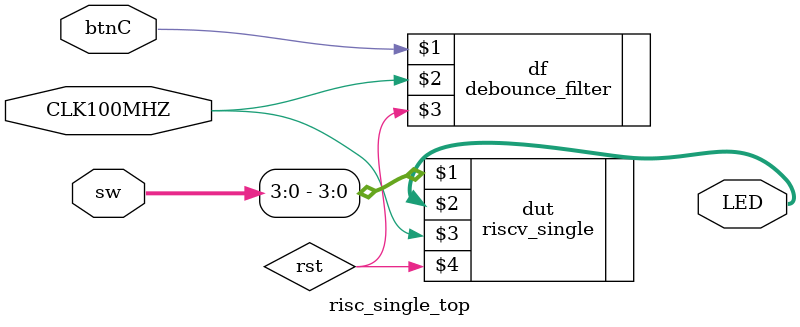
<source format=sv>
module risc_single_top(
    input   wire        CLK100MHZ,
    input   wire [15:0] sw,
    output  wire [15:0] LED,
    input   wire        btnC
);

    wire rst;

    debounce_filter df(btnC, CLK100MHZ, rst);

    riscv_single dut(sw[3:0], LED, CLK100MHZ, rst);

endmodule

</source>
